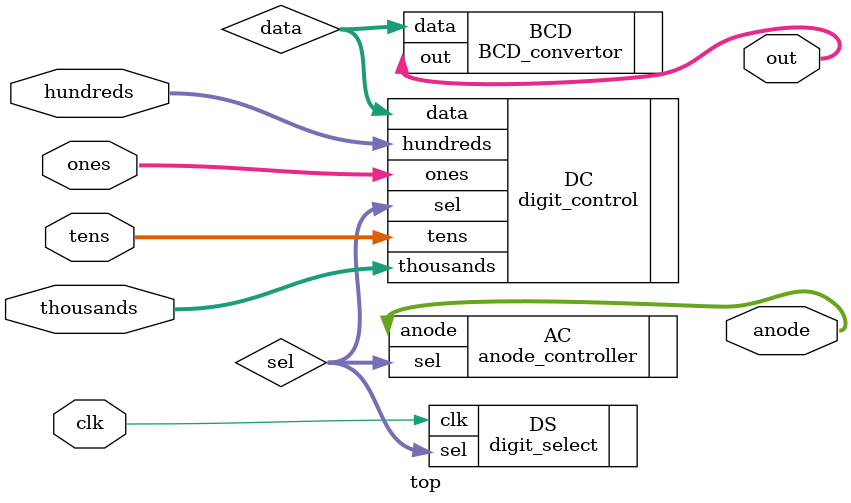
<source format=v>
`timescale 1ns / 1ps


module top(clk,ones,tens,hundreds,thousands,anode,out);
	
	input [3:0]ones,tens,hundreds,thousands;
	input clk;
	
	output [3:0]anode;
	output [7:0]out;
	
	wire [1:0]sel;
	wire [3:0]data;
	
	digit_select DS(
	.clk(clk),
	.sel(sel)
	);
	
	anode_controller AC(
	.sel(sel),
	.anode(anode)
	);
	
	digit_control DC(
	.ones(ones),
	.tens(tens),
	.hundreds(hundreds),
	.thousands(thousands),
	.sel(sel),
	.data(data)
	);
	
	BCD_convertor BCD( 
	.data(data),
	.out(out)
	);

endmodule

</source>
